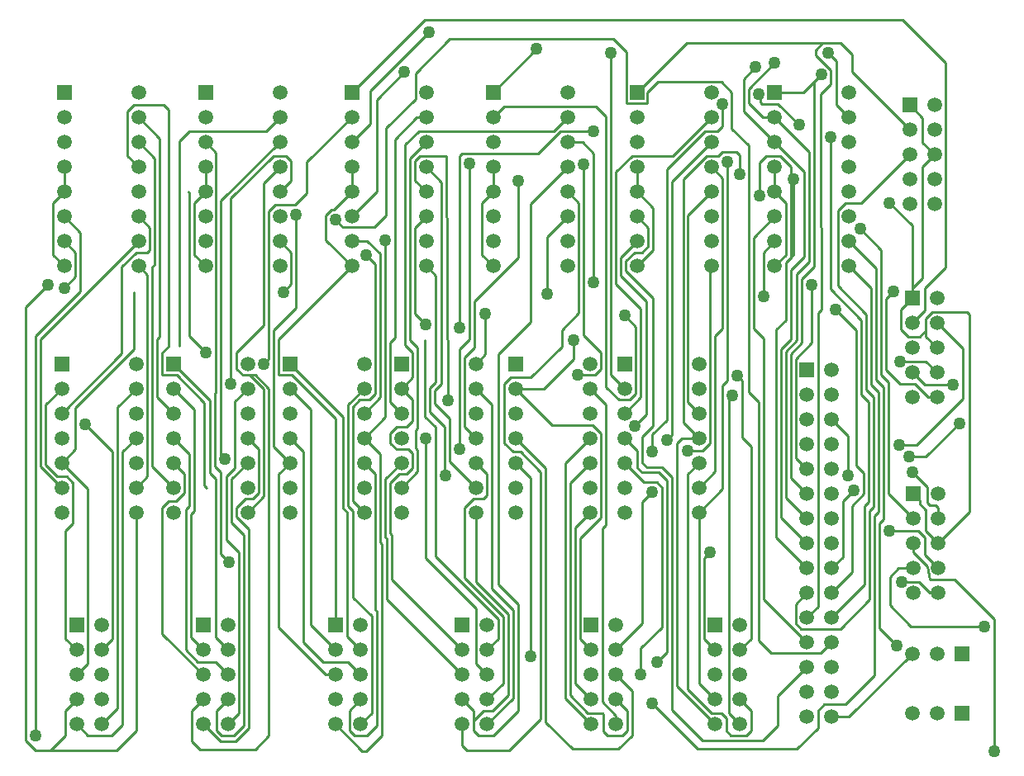
<source format=gtl>
G04 Layer_Physical_Order=1*
G04 Layer_Color=255*
%FSLAX23Y23*%
%MOIN*%
G70*
G01*
G75*
%ADD10C,0.010*%
%ADD11C,0.010*%
%ADD12R,0.059X0.059*%
%ADD13C,0.059*%
%ADD14R,0.059X0.059*%
%ADD15C,0.059*%
%ADD16R,0.059X0.059*%
%ADD17C,0.050*%
D10*
X1069Y1705D02*
X1090D01*
X1040D02*
X1069D01*
X1970Y310D02*
Y350D01*
Y270D02*
Y310D01*
X3250Y2179D02*
Y2545D01*
Y2179D02*
X3262Y2191D01*
X3230Y2159D02*
X3250Y2179D01*
X3378Y3045D02*
X3450D01*
X2830D02*
X3378D01*
X3740Y2055D02*
Y2308D01*
Y2015D02*
Y2055D01*
X3795Y1860D02*
Y1885D01*
X835Y350D02*
X880Y395D01*
X835Y227D02*
Y350D01*
Y227D02*
X869Y193D01*
X1090D01*
X1145Y248D01*
Y1650D01*
X1090Y1705D02*
X1145Y1650D01*
X1015Y1795D02*
X1125Y1904D01*
X1060Y1150D02*
X1125Y1215D01*
Y1650D01*
X1069Y1705D02*
X1125Y1650D01*
X1015Y1730D02*
X1040Y1705D01*
X1015Y1730D02*
Y1795D01*
X1125Y1904D02*
Y2480D01*
X1190Y2545D01*
X1416Y2330D02*
Y2333D01*
Y2330D02*
X1444Y2302D01*
X1570D01*
X1618Y2350D01*
Y2701D01*
X1737Y2820D01*
Y2923D01*
X1875Y3061D01*
X2536D01*
X2587Y3010D01*
Y2802D02*
Y3010D01*
Y2802D02*
X2673D01*
Y2845D01*
X2716Y2888D01*
X2970D01*
X3013Y2845D01*
Y2700D02*
Y2845D01*
Y2700D02*
X3082Y2631D01*
Y1634D02*
Y2631D01*
Y1634D02*
X3120Y1596D01*
Y632D02*
Y1596D01*
Y632D02*
X3170Y582D01*
X3372D01*
X3415Y625D01*
X1530Y1550D02*
X1595Y1615D01*
Y2194D01*
X1543Y2245D02*
X1595Y2194D01*
X1480Y2245D02*
X1543D01*
X1925Y395D02*
X1970Y350D01*
X2050Y250D02*
X2150Y350D01*
X2070Y859D02*
X2150Y780D01*
X2070Y1789D02*
X2200Y1919D01*
Y2395D01*
X2350Y2545D01*
X1970Y270D02*
X1990Y250D01*
X2050D01*
X2150Y350D02*
Y780D01*
X2070Y859D02*
Y1789D01*
X3192Y1888D02*
X3230Y1926D01*
X3262Y2191D02*
Y2495D01*
X3124Y2430D02*
Y2562D01*
X3150Y2588D01*
X3207D01*
X3250Y2545D01*
X3230Y1926D02*
Y2159D01*
X3192Y1048D02*
Y1888D01*
Y1048D02*
X3315Y925D01*
X3044Y2517D02*
Y2591D01*
X3030Y2605D02*
X3044Y2591D01*
X2974Y2605D02*
X3030D01*
X2957Y2588D02*
X2974Y2605D01*
X2911Y2588D02*
X2957D01*
X2817Y2494D02*
X2911Y2588D01*
X2817Y1513D02*
Y2494D01*
Y1513D02*
X2880Y1450D01*
X3648Y2400D02*
X3740Y2308D01*
X3782Y2643D02*
X3830Y2595D01*
X3782Y2643D02*
Y2743D01*
X3730Y2795D02*
X3782Y2743D01*
X3230Y1210D02*
X3315Y1125D01*
X3230Y1210D02*
Y1800D01*
X3275Y1844D01*
Y2112D01*
X3324Y2161D01*
Y2606D01*
X3185Y2745D02*
X3324Y2606D01*
X3344Y2888D02*
X3374Y2918D01*
X3344Y2141D02*
Y2888D01*
X3295Y2092D02*
X3344Y2141D01*
X3295Y1834D02*
Y2092D01*
X3250Y1790D02*
X3295Y1834D01*
X3250Y1290D02*
Y1790D01*
Y1290D02*
X3315Y1225D01*
X3185Y2645D02*
X3304Y2526D01*
Y2183D02*
Y2526D01*
X3250Y2129D02*
X3304Y2183D01*
X3250Y1849D02*
Y2129D01*
X3210Y1809D02*
X3250Y1849D01*
X3210Y1130D02*
Y1809D01*
Y1130D02*
X3315Y1025D01*
X3740Y1715D02*
X3790Y1665D01*
X3904D01*
X1554Y2852D02*
X1791Y3089D01*
X1554Y2719D02*
Y2852D01*
X1480Y2645D02*
X1554Y2719D01*
X3740Y2055D02*
X3780Y2095D01*
Y2545D01*
X3830Y2595D01*
X2525Y1705D02*
X2580Y1650D01*
X2525Y1705D02*
Y3005D01*
X3401D02*
X3434Y2972D01*
Y2796D02*
Y2972D01*
Y2796D02*
X3485Y2745D01*
X2752Y1441D02*
X2772Y1461D01*
Y2487D01*
X2930Y2645D01*
X2995Y1681D02*
Y2567D01*
X2975Y1661D02*
X2995Y1681D01*
X2975Y1245D02*
Y1661D01*
X2880Y1150D02*
X2975Y1245D01*
X3530Y2295D02*
X3615Y2210D01*
Y1705D02*
Y2210D01*
Y1705D02*
X3646Y1674D01*
Y1224D02*
Y1674D01*
Y1224D02*
X3745Y1125D01*
X1915Y1895D02*
Y2590D01*
X1925Y2600D01*
X2232D01*
X2322Y2690D01*
X2454D01*
X1615Y1535D02*
Y2250D01*
X1530Y1450D02*
X1615Y1535D01*
X2018Y1788D02*
Y1953D01*
X1980Y1750D02*
X2018Y1788D01*
X404Y1505D02*
X515Y1394D01*
Y640D02*
Y1394D01*
X470Y595D02*
X515Y640D01*
X980Y295D02*
X1025Y340D01*
Y989D01*
X975Y1039D02*
X1025Y989D01*
X975Y1039D02*
Y1295D01*
X1008Y1328D01*
Y1598D01*
X1060Y1650D01*
X935Y350D02*
X980Y395D01*
X935Y270D02*
Y350D01*
Y270D02*
X955Y250D01*
X1005D01*
X1045Y290D01*
Y1060D01*
X995Y1110D02*
X1045Y1060D01*
X995Y1110D02*
Y1285D01*
X1060Y1350D01*
X930Y545D02*
X980Y495D01*
X859Y545D02*
X930D01*
X810Y594D02*
X859Y545D01*
X810Y594D02*
Y1161D01*
X825Y1176D01*
Y1385D01*
X760Y1450D02*
X825Y1385D01*
X760Y1750D02*
X908Y1602D01*
Y1309D02*
Y1602D01*
Y1309D02*
X930Y1287D01*
Y645D02*
Y1287D01*
Y645D02*
X980Y595D01*
X1470Y350D02*
X1515Y395D01*
X1470Y270D02*
Y350D01*
Y270D02*
X1490Y250D01*
X1540D01*
X1580Y290D01*
Y751D01*
X1575Y756D02*
X1580Y751D01*
X1575Y756D02*
Y1305D01*
X1530Y1350D02*
X1575Y1305D01*
X1230Y1450D02*
X1285Y1395D01*
Y626D02*
Y1395D01*
Y626D02*
X1366Y545D01*
X1465D01*
X1515Y495D01*
X1230Y1750D02*
X1445Y1535D01*
Y1165D02*
Y1535D01*
Y1165D02*
X1460Y1151D01*
Y650D02*
Y1151D01*
Y650D02*
X1515Y595D01*
X1777Y965D02*
Y1450D01*
Y965D02*
X1980Y762D01*
Y540D02*
Y762D01*
Y540D02*
X2025Y495D01*
X1775Y1536D02*
Y1845D01*
Y1536D02*
X1817Y1494D01*
Y973D02*
Y1494D01*
Y973D02*
X2070Y720D01*
Y640D02*
Y720D01*
X2025Y595D02*
X2070Y640D01*
X2545Y295D02*
Y330D01*
X2490Y385D02*
X2545Y330D01*
X2490Y385D02*
Y1085D01*
X2505Y1100D01*
Y1585D01*
X2440Y1650D02*
X2505Y1585D01*
X2360Y1270D02*
X2440Y1350D01*
X2360Y411D02*
Y1270D01*
Y411D02*
X2431Y340D01*
X2490D01*
X2495Y335D01*
Y265D02*
Y335D01*
Y265D02*
X2510Y250D01*
X2570D01*
X2590Y270D01*
Y350D01*
X2545Y395D02*
X2590Y350D01*
X2140Y1450D02*
X2262Y1328D01*
Y303D02*
Y1328D01*
Y303D02*
X2370Y195D01*
X2555D01*
X2610Y250D01*
Y430D01*
X2545Y495D02*
X2610Y430D01*
X2651Y1191D02*
X2691Y1231D01*
X2651Y701D02*
Y1191D01*
X2545Y595D02*
X2651Y701D01*
X3000Y1606D02*
X3015Y1621D01*
X3000Y340D02*
Y1606D01*
Y340D02*
X3045Y295D01*
X2835Y1305D02*
X2880Y1350D01*
X2835Y436D02*
Y1305D01*
Y436D02*
X2931Y340D01*
X2970D01*
X2990Y320D01*
Y268D02*
Y320D01*
Y268D02*
X3008Y250D01*
X3070D01*
X3090Y270D01*
Y350D01*
X3045Y395D02*
X3090Y350D01*
X2580Y1450D02*
X2632Y1398D01*
Y1329D02*
Y1398D01*
Y1329D02*
X2650Y1311D01*
X2719D01*
X2751Y1279D01*
Y585D02*
Y1279D01*
X2711Y545D02*
X2751Y585D01*
X3035Y1701D02*
X3055Y1681D01*
Y1451D02*
Y1681D01*
Y1451D02*
X3090Y1417D01*
Y640D02*
Y1417D01*
X3045Y595D02*
X3090Y640D01*
X3415Y325D02*
X3485D01*
X3740Y580D01*
X695Y1615D02*
X760Y1550D01*
X695Y1615D02*
Y1850D01*
X705Y1860D01*
Y2660D01*
X620Y2745D02*
X705Y2660D01*
X675Y1335D02*
X760Y1250D01*
X675Y1335D02*
Y2141D01*
X685Y2150D01*
Y2580D01*
X620Y2645D02*
X685Y2580D01*
X886Y1258D02*
X894Y1250D01*
X886Y1258D02*
Y1593D01*
X774Y1705D02*
X886Y1593D01*
X715Y1705D02*
X774D01*
X715D02*
Y1795D01*
X740Y1820D01*
Y2777D01*
X722Y2795D02*
X740Y2777D01*
X600Y2795D02*
X722D01*
X575Y2770D02*
X600Y2795D01*
X575Y2590D02*
Y2770D01*
Y2590D02*
X620Y2545D01*
X820Y2445D02*
X825Y2440D01*
Y1862D02*
Y2440D01*
Y1862D02*
X892Y1795D01*
X310Y1550D02*
X552Y1792D01*
Y2142D01*
X610Y2200D01*
X655D01*
X665Y2210D01*
Y2300D01*
X620Y2345D02*
X665Y2300D01*
X610Y1250D02*
X655Y1295D01*
Y2110D01*
X620Y2145D02*
X655Y2110D01*
X321Y2057D02*
X365Y2101D01*
Y2200D01*
X320Y2245D02*
X365Y2200D01*
X320Y2345D02*
X385Y2280D01*
Y2042D02*
Y2280D01*
X205Y1863D02*
X385Y2042D01*
X205Y250D02*
Y1863D01*
X1135Y2690D02*
X1190Y2745D01*
X825Y2690D02*
X1135D01*
X785Y2650D02*
X825Y2690D01*
X785Y1822D02*
Y2650D01*
X760Y1650D02*
X845Y1565D01*
Y1156D02*
Y1565D01*
X830Y1141D02*
X845Y1156D01*
X830Y645D02*
Y1141D01*
Y645D02*
X880Y595D01*
X715Y660D02*
X880Y495D01*
X715Y660D02*
Y1170D01*
X740Y1195D01*
X770D01*
X805Y1229D01*
Y1305D01*
X760Y1350D02*
X805Y1305D01*
X993Y1670D02*
Y2418D01*
X1165Y2590D01*
X1215D01*
X1235Y2570D01*
Y2490D02*
Y2570D01*
X1190Y2445D02*
X1235Y2490D01*
X245Y1585D02*
X310Y1650D01*
X245Y1343D02*
Y1585D01*
Y1343D02*
X293Y1295D01*
X330D01*
X355Y1270D01*
Y1105D02*
Y1270D01*
X325Y1075D02*
X355Y1105D01*
X325Y640D02*
Y1075D01*
Y640D02*
X370Y595D01*
Y495D02*
X415Y540D01*
Y1245D01*
X310Y1350D02*
X415Y1245D01*
X370Y295D02*
X415Y250D01*
X513D01*
X555Y292D01*
Y1395D01*
X610Y1450D01*
X3415Y925D02*
X3460Y970D01*
Y1195D01*
X3505Y1240D01*
X3740Y1311D02*
X3800Y1251D01*
Y1190D02*
Y1251D01*
Y1190D02*
X3810Y1180D01*
X3835D01*
X3845Y1170D01*
Y1125D02*
Y1170D01*
X3649Y1075D02*
X3765D01*
X3790Y1050D01*
Y980D02*
Y1050D01*
Y980D02*
X3845Y925D01*
X3415Y825D02*
X3499Y909D01*
Y1177D01*
X3546Y1225D01*
Y1308D01*
X3515Y1339D02*
X3546Y1308D01*
X3515Y1339D02*
Y1887D01*
X3432Y1970D02*
X3515Y1887D01*
X3698Y870D02*
X3767D01*
X3812Y825D01*
X3845D01*
X1780Y2545D02*
X1843Y2482D01*
Y1669D02*
Y2482D01*
X1815Y1641D02*
X1843Y1669D01*
X1815Y1590D02*
Y1641D01*
Y1590D02*
X1875Y1530D01*
Y1355D02*
Y1530D01*
Y1355D02*
X1980Y1250D01*
X1735Y2490D02*
X1780Y2445D01*
X1735Y2490D02*
Y2570D01*
X1755Y2590D01*
X1863D01*
X1869Y1602D01*
X1855Y1303D02*
X1858Y1300D01*
X1855Y1303D02*
Y1496D01*
X1795Y1556D02*
X1855Y1496D01*
X1795Y1556D02*
Y1653D01*
X1818Y1676D01*
Y2107D01*
X1780Y2145D02*
X1818Y2107D01*
X1299Y2564D02*
X1480Y2745D01*
X1299Y2439D02*
Y2564D01*
X1253Y2393D02*
X1299Y2439D01*
X1173Y2393D02*
X1253D01*
X1145Y2365D02*
X1173Y2393D01*
X1145Y1770D02*
Y2365D01*
X1125Y1750D02*
X1145Y1770D01*
X3480Y1300D02*
Y1460D01*
X3415Y1525D02*
X3480Y1460D01*
X3740Y1915D02*
X3790Y1965D01*
Y2054D01*
X3875Y2139D01*
Y2967D01*
X3702Y3140D02*
X3875Y2967D01*
X1775Y3140D02*
X3702D01*
X1480Y2845D02*
X1775Y3140D01*
X1640Y880D02*
X1925Y595D01*
X1640Y880D02*
Y1060D01*
X1635Y1065D02*
X1640Y1060D01*
X1635Y1065D02*
Y1270D01*
X1670Y1305D01*
X1700D01*
X1725Y1330D01*
Y1390D01*
X1709Y1405D02*
X1725Y1390D01*
X1660Y1405D02*
X1709D01*
X1635Y1430D02*
X1660Y1405D01*
X1635Y1430D02*
Y1470D01*
X1660Y1495D01*
X1702D01*
X1725Y1518D01*
Y1605D01*
X1680Y1650D02*
X1725Y1605D01*
X1615Y1285D02*
X1680Y1350D01*
X1615Y1050D02*
Y1285D01*
Y1050D02*
X1620Y1045D01*
Y800D02*
Y1045D01*
Y800D02*
X1925Y495D01*
X2455Y2080D02*
Y2600D01*
X2410Y2645D02*
X2455Y2600D01*
X2350Y2645D02*
X2410D01*
X1925Y210D02*
Y295D01*
Y210D02*
X1945Y190D01*
X2115D01*
X2242Y317D01*
Y1313D01*
X2160Y1395D02*
X2242Y1313D01*
X2130Y1395D02*
X2160D01*
X2095Y1430D02*
X2130Y1395D01*
X2095Y1430D02*
Y1670D01*
X2120Y1695D01*
X2203D01*
X2327Y1819D01*
Y1887D01*
X2395Y1955D01*
Y2400D01*
X2350Y2445D02*
X2395Y2400D01*
X2153Y2180D02*
Y2490D01*
X1975Y2002D02*
X2153Y2180D01*
X1975Y1815D02*
Y2002D01*
X1935Y1775D02*
X1975Y1815D01*
X1935Y1495D02*
Y1775D01*
Y1495D02*
X1980Y1450D01*
X1230Y1650D02*
X1315Y1565D01*
Y695D02*
Y1565D01*
Y695D02*
X1415Y595D01*
X2268Y2033D02*
Y2263D01*
X2350Y2345D01*
X1185Y1305D02*
X1230Y1350D01*
X1185Y685D02*
Y1305D01*
Y685D02*
X1375Y495D01*
X1415D01*
X1165Y1415D02*
X1230Y1350D01*
X1165Y1415D02*
Y1884D01*
X1255Y1974D01*
Y2353D01*
X2392Y1705D02*
X2460D01*
X2485Y1730D01*
Y1795D01*
X2415Y1865D02*
X2485Y1795D01*
X2415Y1865D02*
Y2557D01*
X3687Y1423D02*
X3759D01*
X3944Y1608D01*
Y1811D01*
X3840Y1915D02*
X3944Y1811D01*
X2050Y2745D02*
X2095Y2790D01*
X2464D01*
X2505Y2749D01*
Y1657D02*
Y2749D01*
Y1657D02*
X2557Y1605D01*
X2600D01*
X2625Y1630D01*
Y1900D01*
X2580Y1945D02*
X2625Y1900D01*
X3692Y1760D02*
X3795D01*
X3840Y1715D01*
X3635Y2013D02*
X3665Y2043D01*
X3635Y1725D02*
Y2013D01*
Y1725D02*
X3690Y1670D01*
X3750D01*
X3805Y1615D01*
X3840D01*
X2050Y2845D02*
X2226Y3021D01*
X2580Y1550D02*
X2645Y1615D01*
Y1973D01*
X2545Y2072D02*
X2645Y1973D01*
X2545Y2072D02*
Y2525D01*
X2610Y2590D01*
X2775D01*
X2930Y2745D01*
X2835Y1595D02*
X2880Y1550D01*
X2835Y1595D02*
Y2350D01*
X2930Y2445D01*
X1915Y1405D02*
Y1810D01*
X1955Y1850D01*
Y2559D01*
X2623Y1500D02*
X2667Y1544D01*
Y2003D01*
X2565Y2105D02*
X2667Y2003D01*
X2565Y2105D02*
Y2180D01*
X2630Y2245D01*
X3199Y409D02*
X3315Y525D01*
X3199Y290D02*
Y409D01*
X3139Y230D02*
X3199Y290D01*
X2894Y230D02*
X3139D01*
X2771Y353D02*
X2894Y230D01*
X2771Y353D02*
Y1293D01*
X2733Y1331D02*
X2771Y1293D01*
X2670Y1331D02*
X2733D01*
X2652Y1349D02*
X2670Y1331D01*
X2652Y1349D02*
Y1457D01*
X2696Y1500D01*
Y2015D01*
X2585Y2125D02*
X2696Y2015D01*
X2585Y2125D02*
Y2165D01*
X2620Y2200D01*
X2650D01*
X2675Y2225D01*
Y2300D01*
X2630Y2345D02*
X2675Y2300D01*
X3270Y780D02*
X3315Y825D01*
X3270Y701D02*
Y780D01*
Y701D02*
X3291Y680D01*
X3450D01*
X3569Y799D01*
Y1155D01*
X3586Y1172D01*
Y1614D01*
X3555Y1645D02*
X3586Y1614D01*
X3555Y1645D02*
Y1948D01*
X3440Y2064D02*
X3555Y1948D01*
X3440Y2064D02*
Y2370D01*
X3470Y2400D01*
X3535D01*
X3730Y2595D01*
X3497Y2928D02*
X3730Y2695D01*
X2630Y2845D02*
X2830Y3045D01*
X3450D02*
X3497Y2998D01*
X2900Y965D02*
X2925Y990D01*
X2900Y640D02*
Y965D01*
Y640D02*
X2945Y595D01*
X2646Y495D02*
Y601D01*
X2731Y686D01*
Y1250D01*
X2710Y1271D02*
X2731Y1250D01*
X2659Y1271D02*
X2710D01*
X2580Y1350D02*
X2659Y1271D01*
X2880Y460D02*
Y1150D01*
Y460D02*
X2945Y395D01*
X2792Y448D02*
X2945Y295D01*
X2792Y448D02*
Y1430D01*
X2812Y1450D01*
X2880D01*
X2400Y640D02*
X2445Y595D01*
X2400Y640D02*
Y1046D01*
X2485Y1130D01*
Y1470D01*
X2452Y1502D02*
X2485Y1470D01*
X2288Y1502D02*
X2452D01*
X2140Y1650D02*
X2288Y1502D01*
X2140Y1650D02*
X2255D01*
X2375Y1770D01*
Y1846D01*
X2202Y570D02*
Y1288D01*
X2140Y1350D02*
X2202Y1288D01*
X3609Y681D02*
X3679Y611D01*
X3609Y681D02*
Y1104D01*
X3626Y1122D01*
Y1654D01*
X3595Y1685D02*
X3626Y1654D01*
X3595Y1685D02*
Y2135D01*
X3485Y2245D02*
X3595Y2135D01*
X2380Y460D02*
X2445Y395D01*
X2380Y460D02*
Y1090D01*
X2440Y1150D01*
X2692Y378D02*
X2875Y195D01*
X3275D01*
X3360Y280D01*
Y350D01*
X3385Y375D01*
X3473D01*
X3589Y491D01*
Y1135D01*
X3606Y1152D01*
Y1634D01*
X3575Y1665D02*
X3606Y1634D01*
X3575Y1665D02*
Y2055D01*
X3485Y2145D02*
X3575Y2055D01*
X2340Y1350D02*
X2440Y1450D01*
X2340Y400D02*
Y1350D01*
Y400D02*
X2445Y295D01*
X3100Y2260D02*
X3185Y2345D01*
X3100Y1892D02*
Y2260D01*
Y1892D02*
X3140Y1852D01*
Y800D02*
Y1852D01*
Y800D02*
X3315Y625D01*
X1415Y695D02*
Y1528D01*
X1238Y1705D02*
X1415Y1528D01*
X1185Y1705D02*
X1238D01*
X1185D02*
Y1850D01*
X1480Y2145D01*
X1375Y2250D02*
X1480Y2145D01*
X1375Y2250D02*
Y2350D01*
X1399Y2373D01*
X1408D01*
X1480Y2445D01*
Y2545D01*
X845Y2190D02*
X890Y2145D01*
X845Y2190D02*
Y2400D01*
X890Y2445D01*
X2005Y2190D02*
X2050Y2145D01*
X2005Y2190D02*
Y2400D01*
X2050Y2445D01*
X890D02*
Y2545D01*
X2050Y2445D02*
Y2545D01*
X275Y2190D02*
X320Y2145D01*
X275Y2190D02*
Y2400D01*
X320Y2445D01*
Y2545D01*
X2630Y2145D02*
X2695Y2210D01*
Y2380D01*
X2630Y2445D02*
X2695Y2380D01*
X2630Y2445D02*
Y2545D01*
X3185Y2145D02*
X3230Y2190D01*
Y2400D01*
X3185Y2445D02*
X3230Y2400D01*
X3185Y2445D02*
Y2545D01*
X3795Y1885D02*
Y1933D01*
X3822Y1960D02*
X3961D01*
X3795Y1860D02*
X3840Y1815D01*
X3795Y1933D02*
X3822Y1960D01*
X3961D02*
X3971Y1950D01*
Y1151D02*
Y1950D01*
X3845Y1025D02*
X3971Y1151D01*
X3795Y1075D02*
X3845Y1025D01*
X3795Y1075D02*
Y1160D01*
X3771Y1185D02*
X3795Y1160D01*
X3771Y1185D02*
Y1199D01*
X3745Y1225D02*
X3771Y1199D01*
X3060Y2770D02*
X3185Y2645D01*
X3060Y2770D02*
Y2900D01*
X3108Y2948D01*
D11*
X265Y190D02*
X530D01*
X205D02*
X265D01*
X3301Y2845D02*
X3344Y2888D01*
X1980Y868D02*
Y1150D01*
Y868D02*
X2110Y738D01*
Y411D02*
Y738D01*
X2049Y350D02*
X2110Y411D01*
X2010Y350D02*
X2049D01*
X1970Y310D02*
X2010Y350D01*
X470Y295D02*
X535Y360D01*
Y1575D01*
X610Y1650D01*
X1465Y1585D02*
X1530Y1650D01*
X1465Y1176D02*
Y1585D01*
Y1176D02*
X1485Y1157D01*
Y806D02*
Y1157D01*
Y806D02*
X1560Y731D01*
Y340D02*
Y731D01*
X1515Y295D02*
X1560Y340D01*
X2025Y295D02*
X2130Y400D01*
Y757D01*
X2045Y841D02*
X2130Y757D01*
X2045Y841D02*
Y1585D01*
X1980Y1650D02*
X2045Y1585D01*
X2025Y395D02*
X2090Y460D01*
Y730D01*
X1935Y885D02*
X2090Y730D01*
X1935Y885D02*
Y1170D01*
X1970Y1205D01*
X2012D01*
X2025Y1218D01*
Y1305D01*
X1980Y1350D02*
X2025Y1305D01*
X225Y1335D02*
X310Y1250D01*
X225Y1335D02*
Y1850D01*
X620Y2245D01*
X3735Y690D02*
X4030D01*
X3650Y775D02*
X3735Y690D01*
X3650Y775D02*
Y890D01*
X3685Y925D01*
X3745D01*
X4070Y185D02*
Y720D01*
X3910Y880D02*
X4070Y720D01*
X3810Y880D02*
X3910D01*
X3800Y933D02*
X3810Y880D01*
X3745Y988D02*
X3800Y933D01*
X3745Y988D02*
Y1025D01*
X953Y1380D02*
X968Y1365D01*
X953Y1380D02*
Y2408D01*
X1190Y2645D01*
X880Y295D02*
X951Y224D01*
X1010D01*
X1065Y279D01*
Y1082D01*
X1015Y1132D02*
X1065Y1082D01*
X1015Y1132D02*
Y1168D01*
X1053Y1206D01*
X1081D01*
X1105Y1230D01*
Y1405D01*
X1060Y1450D02*
X1105Y1405D01*
X1190Y2245D02*
X1235Y2200D01*
Y2071D02*
Y2200D01*
X1204Y2040D02*
X1235Y2071D01*
X603Y1810D02*
Y2040D01*
X364Y1571D02*
X603Y1810D01*
X364Y1404D02*
Y1571D01*
X310Y1350D02*
X364Y1404D01*
X325Y350D02*
X370Y395D01*
X325Y250D02*
Y350D01*
X265Y190D02*
X325Y250D01*
X610Y270D02*
Y1150D01*
X530Y190D02*
X610Y270D01*
X165Y230D02*
X205Y190D01*
X165Y230D02*
Y1979D01*
X255Y2069D01*
X953Y982D02*
X985Y950D01*
X953Y982D02*
Y1312D01*
X928Y1337D02*
X953Y1312D01*
X928Y1337D02*
Y1630D01*
X933Y1635D01*
Y2602D01*
X890Y2645D02*
X933Y2602D01*
X3410Y2052D02*
Y2666D01*
Y2052D02*
X3535Y1927D01*
Y1625D02*
Y1927D01*
Y1625D02*
X3566Y1594D01*
Y1193D02*
Y1594D01*
X3549Y1175D02*
X3566Y1193D01*
X3549Y859D02*
Y1175D01*
X3415Y725D02*
X3549Y859D01*
X1635Y1595D02*
X1680Y1550D01*
X1635Y1595D02*
Y1835D01*
X1655Y1855D01*
Y2657D01*
X1743Y2745D01*
X1780D01*
X1680Y1250D02*
X1745Y1315D01*
Y1402D01*
X1737Y1410D02*
X1745Y1402D01*
X1737Y1410D02*
Y1482D01*
X1745Y1490D01*
Y1815D01*
X1715Y1844D02*
X1745Y1815D01*
X1715Y1844D02*
Y2580D01*
X1780Y2645D01*
X1735Y1953D02*
X1778Y1910D01*
X1735Y1953D02*
Y2300D01*
X1780Y2345D01*
X1480D02*
X1580Y2445D01*
Y2815D01*
X1693Y2928D01*
X3796Y1375D02*
X3931Y1510D01*
X3727Y1375D02*
X3796D01*
X1680Y1650D02*
X1725Y1695D01*
Y1795D01*
X1695Y1824D02*
X1725Y1795D01*
X1695Y1824D02*
Y2635D01*
X1750Y2690D01*
X2295D01*
X2350Y2745D01*
X1485Y1195D02*
X1530Y1150D01*
X1485Y1195D02*
Y1577D01*
X1513Y1605D01*
X1550D01*
X1575Y1630D01*
Y2153D01*
X1538Y2190D02*
X1575Y2153D01*
X1415Y295D02*
X1523Y187D01*
X1537D01*
X1600Y250D01*
Y1023D01*
X1595Y1028D02*
X1600Y1023D01*
X1595Y1028D02*
Y1385D01*
X1530Y1450D02*
X1595Y1385D01*
X3335Y1834D02*
Y2070D01*
X3270Y1770D02*
X3335Y1834D01*
X3270Y1370D02*
Y1770D01*
Y1370D02*
X3315Y1325D01*
X2880Y1250D02*
X2945Y1315D01*
Y1861D01*
X2975Y1891D01*
Y2500D01*
X2930Y2545D02*
X2975Y2500D01*
X2834Y1400D02*
X2895D01*
X2925Y1430D01*
Y2140D01*
X2930Y2145D01*
X3315Y725D02*
X3360Y770D01*
Y1956D01*
X3374Y1970D01*
X3371Y2635D02*
X3374Y1970D01*
X3371Y2635D02*
Y2838D01*
X3413Y2880D01*
Y2934D01*
X3350Y2997D02*
X3413Y2934D01*
X3350Y2997D02*
Y3017D01*
X3378Y3045D01*
X3497Y2928D02*
Y2998D01*
X2692Y1394D02*
Y1464D01*
X2750Y1522D01*
Y2535D01*
X2905Y2690D01*
X2955D01*
X2975Y2710D01*
Y2800D01*
X3120Y2839D02*
X3130Y2800D01*
X3199D01*
X3285Y2714D01*
X3140Y2021D02*
Y2200D01*
X3185Y2245D01*
X3695Y1970D02*
X3740Y2015D01*
X3695Y1890D02*
Y1970D01*
Y1890D02*
X3725Y1860D01*
X3770D01*
X3795Y1885D01*
X3138Y2745D02*
X3185D01*
X3080Y2803D02*
X3138Y2745D01*
X3080Y2803D02*
Y2860D01*
X3185Y2965D01*
Y2845D02*
X3301D01*
D12*
X1925Y695D02*
D03*
X2945D02*
D03*
X2445D02*
D03*
X1415D02*
D03*
X880D02*
D03*
X370D02*
D03*
X3315Y1725D02*
D03*
X3745Y1225D02*
D03*
X3740Y2015D02*
D03*
X3730Y2795D02*
D03*
D13*
X1925Y595D02*
D03*
Y495D02*
D03*
Y395D02*
D03*
Y295D02*
D03*
X2025Y695D02*
D03*
Y595D02*
D03*
Y495D02*
D03*
Y395D02*
D03*
Y295D02*
D03*
X2945Y595D02*
D03*
Y495D02*
D03*
Y395D02*
D03*
Y295D02*
D03*
X3045Y695D02*
D03*
Y595D02*
D03*
Y495D02*
D03*
Y395D02*
D03*
Y295D02*
D03*
X2445Y595D02*
D03*
Y495D02*
D03*
Y395D02*
D03*
Y295D02*
D03*
X2545Y695D02*
D03*
Y595D02*
D03*
Y495D02*
D03*
Y395D02*
D03*
Y295D02*
D03*
X1415Y595D02*
D03*
Y495D02*
D03*
Y395D02*
D03*
Y295D02*
D03*
X1515Y695D02*
D03*
Y595D02*
D03*
Y495D02*
D03*
Y395D02*
D03*
Y295D02*
D03*
X880Y595D02*
D03*
Y495D02*
D03*
Y395D02*
D03*
Y295D02*
D03*
X980Y695D02*
D03*
Y595D02*
D03*
Y495D02*
D03*
Y395D02*
D03*
Y295D02*
D03*
X370Y595D02*
D03*
Y495D02*
D03*
Y395D02*
D03*
Y295D02*
D03*
X470Y695D02*
D03*
Y595D02*
D03*
Y495D02*
D03*
Y395D02*
D03*
Y295D02*
D03*
X3315Y1625D02*
D03*
Y1525D02*
D03*
Y1425D02*
D03*
Y1325D02*
D03*
Y1225D02*
D03*
Y1125D02*
D03*
Y1025D02*
D03*
Y925D02*
D03*
Y825D02*
D03*
Y725D02*
D03*
Y625D02*
D03*
Y525D02*
D03*
Y425D02*
D03*
Y325D02*
D03*
X3415Y1725D02*
D03*
Y1625D02*
D03*
Y1525D02*
D03*
Y1425D02*
D03*
Y1325D02*
D03*
Y1225D02*
D03*
Y1125D02*
D03*
Y1025D02*
D03*
Y925D02*
D03*
Y825D02*
D03*
Y725D02*
D03*
Y625D02*
D03*
Y525D02*
D03*
Y425D02*
D03*
Y325D02*
D03*
X3740Y580D02*
D03*
X3840D02*
D03*
X3740Y340D02*
D03*
X3840D02*
D03*
X3745Y1125D02*
D03*
Y1025D02*
D03*
Y925D02*
D03*
Y825D02*
D03*
X3845Y1225D02*
D03*
Y1125D02*
D03*
Y1025D02*
D03*
Y925D02*
D03*
Y825D02*
D03*
X3740Y1915D02*
D03*
Y1815D02*
D03*
Y1715D02*
D03*
Y1615D02*
D03*
X3840Y2015D02*
D03*
Y1915D02*
D03*
Y1815D02*
D03*
Y1715D02*
D03*
Y1615D02*
D03*
X3730Y2695D02*
D03*
Y2595D02*
D03*
Y2495D02*
D03*
Y2395D02*
D03*
X3830Y2795D02*
D03*
Y2695D02*
D03*
Y2595D02*
D03*
Y2495D02*
D03*
Y2395D02*
D03*
D14*
X3185Y2845D02*
D03*
X2630D02*
D03*
X2050D02*
D03*
X1480D02*
D03*
X890D02*
D03*
X320D02*
D03*
X2580Y1750D02*
D03*
X2140D02*
D03*
X1680D02*
D03*
X1230D02*
D03*
X760D02*
D03*
X310D02*
D03*
D15*
X3185Y2745D02*
D03*
Y2645D02*
D03*
Y2545D02*
D03*
Y2445D02*
D03*
Y2345D02*
D03*
Y2245D02*
D03*
Y2145D02*
D03*
X3485Y2845D02*
D03*
Y2745D02*
D03*
Y2645D02*
D03*
Y2545D02*
D03*
Y2445D02*
D03*
Y2345D02*
D03*
Y2245D02*
D03*
Y2145D02*
D03*
X2630Y2745D02*
D03*
Y2645D02*
D03*
Y2545D02*
D03*
Y2445D02*
D03*
Y2345D02*
D03*
Y2245D02*
D03*
Y2145D02*
D03*
X2930Y2845D02*
D03*
Y2745D02*
D03*
Y2645D02*
D03*
Y2545D02*
D03*
Y2445D02*
D03*
Y2345D02*
D03*
Y2245D02*
D03*
Y2145D02*
D03*
X2050Y2745D02*
D03*
Y2645D02*
D03*
Y2545D02*
D03*
Y2445D02*
D03*
Y2345D02*
D03*
Y2245D02*
D03*
Y2145D02*
D03*
X2350Y2845D02*
D03*
Y2745D02*
D03*
Y2645D02*
D03*
Y2545D02*
D03*
Y2445D02*
D03*
Y2345D02*
D03*
Y2245D02*
D03*
Y2145D02*
D03*
X1480Y2745D02*
D03*
Y2645D02*
D03*
Y2545D02*
D03*
Y2445D02*
D03*
Y2345D02*
D03*
Y2245D02*
D03*
Y2145D02*
D03*
X1780Y2845D02*
D03*
Y2745D02*
D03*
Y2645D02*
D03*
Y2545D02*
D03*
Y2445D02*
D03*
Y2345D02*
D03*
Y2245D02*
D03*
Y2145D02*
D03*
X890Y2745D02*
D03*
Y2645D02*
D03*
Y2545D02*
D03*
Y2445D02*
D03*
Y2345D02*
D03*
Y2245D02*
D03*
Y2145D02*
D03*
X1190Y2845D02*
D03*
Y2745D02*
D03*
Y2645D02*
D03*
Y2545D02*
D03*
Y2445D02*
D03*
Y2345D02*
D03*
Y2245D02*
D03*
Y2145D02*
D03*
X320Y2745D02*
D03*
Y2645D02*
D03*
Y2545D02*
D03*
Y2445D02*
D03*
Y2345D02*
D03*
Y2245D02*
D03*
Y2145D02*
D03*
X620Y2845D02*
D03*
Y2745D02*
D03*
Y2645D02*
D03*
Y2545D02*
D03*
Y2445D02*
D03*
Y2345D02*
D03*
Y2245D02*
D03*
Y2145D02*
D03*
X2580Y1650D02*
D03*
Y1550D02*
D03*
Y1450D02*
D03*
Y1350D02*
D03*
Y1250D02*
D03*
Y1150D02*
D03*
X2880Y1750D02*
D03*
Y1650D02*
D03*
Y1550D02*
D03*
Y1450D02*
D03*
Y1350D02*
D03*
Y1250D02*
D03*
Y1150D02*
D03*
X2140Y1650D02*
D03*
Y1550D02*
D03*
Y1450D02*
D03*
Y1350D02*
D03*
Y1250D02*
D03*
Y1150D02*
D03*
X2440Y1750D02*
D03*
Y1650D02*
D03*
Y1550D02*
D03*
Y1450D02*
D03*
Y1350D02*
D03*
Y1250D02*
D03*
Y1150D02*
D03*
X1680Y1650D02*
D03*
Y1550D02*
D03*
Y1450D02*
D03*
Y1350D02*
D03*
Y1250D02*
D03*
Y1150D02*
D03*
X1980Y1750D02*
D03*
Y1650D02*
D03*
Y1550D02*
D03*
Y1450D02*
D03*
Y1350D02*
D03*
Y1250D02*
D03*
Y1150D02*
D03*
X1230Y1650D02*
D03*
Y1550D02*
D03*
Y1450D02*
D03*
Y1350D02*
D03*
Y1250D02*
D03*
Y1150D02*
D03*
X1530Y1750D02*
D03*
Y1650D02*
D03*
Y1550D02*
D03*
Y1450D02*
D03*
Y1350D02*
D03*
Y1250D02*
D03*
Y1150D02*
D03*
X760Y1650D02*
D03*
Y1550D02*
D03*
Y1450D02*
D03*
Y1350D02*
D03*
Y1250D02*
D03*
Y1150D02*
D03*
X1060Y1750D02*
D03*
Y1650D02*
D03*
Y1550D02*
D03*
Y1450D02*
D03*
Y1350D02*
D03*
Y1250D02*
D03*
Y1150D02*
D03*
X310Y1650D02*
D03*
Y1550D02*
D03*
Y1450D02*
D03*
Y1350D02*
D03*
Y1250D02*
D03*
Y1150D02*
D03*
X610Y1750D02*
D03*
Y1650D02*
D03*
Y1550D02*
D03*
Y1450D02*
D03*
Y1350D02*
D03*
Y1250D02*
D03*
Y1150D02*
D03*
D16*
X3940Y580D02*
D03*
Y340D02*
D03*
D17*
X1416Y2333D02*
D03*
X3262Y2495D02*
D03*
X3124Y2430D02*
D03*
X3044Y2517D02*
D03*
X3648Y2400D02*
D03*
X3374Y2918D02*
D03*
X3904Y1665D02*
D03*
X1791Y3089D02*
D03*
X2525Y3005D02*
D03*
X3401D02*
D03*
X2752Y1441D02*
D03*
X2995Y2567D02*
D03*
X3530Y2295D02*
D03*
X1915Y1895D02*
D03*
X2454Y2690D02*
D03*
X1615Y2250D02*
D03*
X2018Y1953D02*
D03*
X404Y1505D02*
D03*
X1777Y1450D02*
D03*
X2691Y1231D02*
D03*
X3015Y1621D02*
D03*
X2711Y545D02*
D03*
X3035Y1701D02*
D03*
X892Y1795D02*
D03*
X321Y2057D02*
D03*
X205Y250D02*
D03*
X4030Y690D02*
D03*
X4070Y185D02*
D03*
X968Y1365D02*
D03*
X993Y1670D02*
D03*
X1204Y2040D02*
D03*
X255Y2069D02*
D03*
X985Y950D02*
D03*
X3505Y1240D02*
D03*
X3740Y1311D02*
D03*
X3649Y1075D02*
D03*
X3432Y1970D02*
D03*
X3410Y2666D02*
D03*
X3698Y870D02*
D03*
X1869Y1602D02*
D03*
X1778Y1910D02*
D03*
X1858Y1300D02*
D03*
X1693Y2928D02*
D03*
X3931Y1510D02*
D03*
X3727Y1375D02*
D03*
X1125Y1750D02*
D03*
X3480Y1300D02*
D03*
X2455Y2080D02*
D03*
X2153Y2490D02*
D03*
X2268Y2033D02*
D03*
X1255Y2353D02*
D03*
X1538Y2190D02*
D03*
X3335Y2070D02*
D03*
X2392Y1705D02*
D03*
X2415Y2557D02*
D03*
X3687Y1423D02*
D03*
X2580Y1945D02*
D03*
X3692Y1760D02*
D03*
X3665Y2043D02*
D03*
X2226Y3021D02*
D03*
X1915Y1405D02*
D03*
X1955Y2559D02*
D03*
X2834Y1400D02*
D03*
X2623Y1500D02*
D03*
X2925Y990D02*
D03*
X2646Y495D02*
D03*
X2692Y1394D02*
D03*
X2975Y2800D02*
D03*
X3120Y2839D02*
D03*
X3285Y2714D02*
D03*
X2375Y1846D02*
D03*
X2202Y570D02*
D03*
X3679Y611D02*
D03*
X2692Y378D02*
D03*
X3140Y2021D02*
D03*
X3108Y2948D02*
D03*
X3185Y2965D02*
D03*
M02*

</source>
